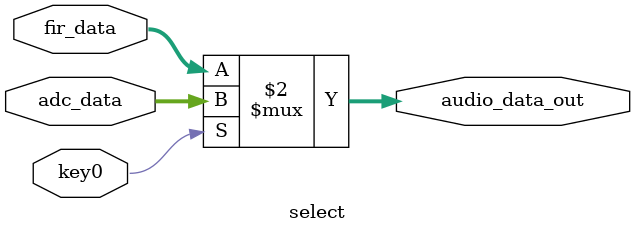
<source format=v>
/* written by Zyy Zhou (22670661)
used to select the filtered or not filtered signal by pressing key0
*/
module select(
	//input signal
	input                     key0,
	input      [15:0]         adc_data,
	input      [15:0]         fir_data,
	//output signal
	output     [15:0]         audio_data_out
);

//main code
assign  audio_data_out = (key0==1'b1)? adc_data:fir_data;

endmodule 
</source>
